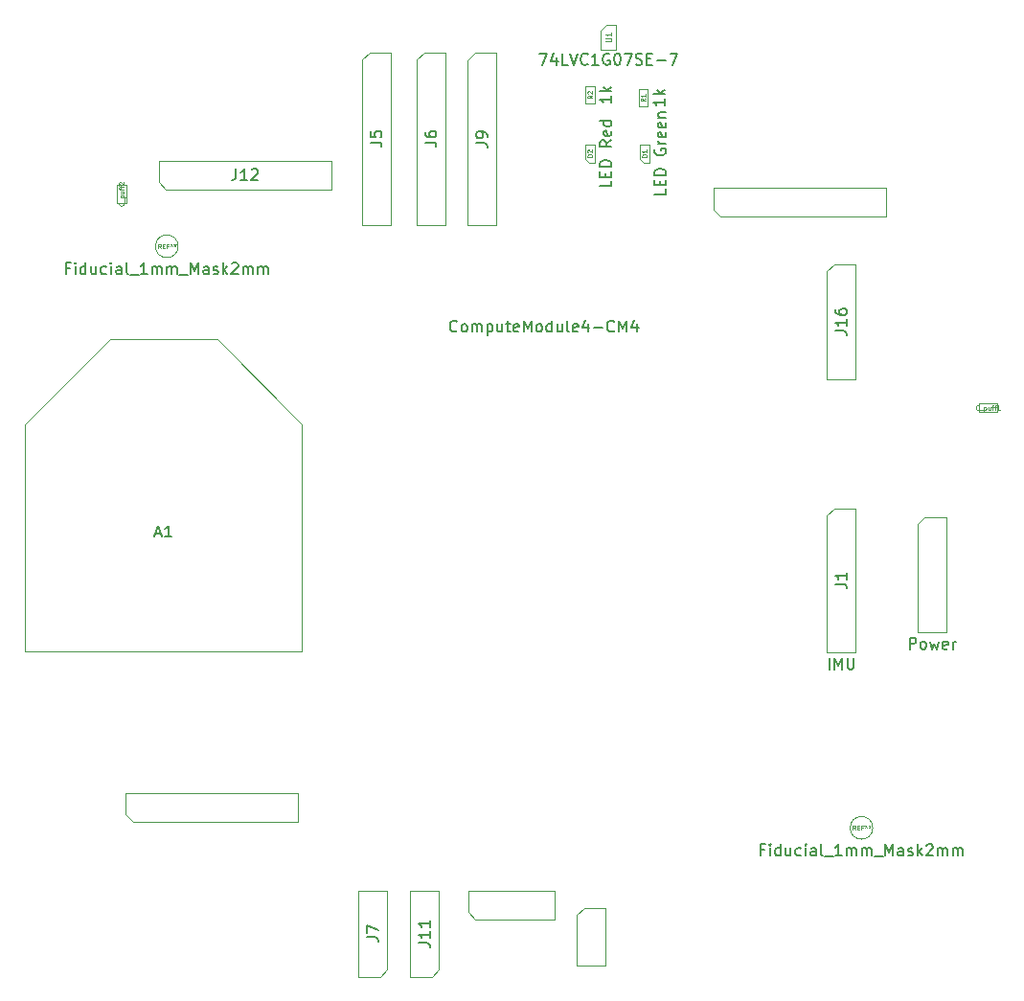
<source format=gbr>
%TF.GenerationSoftware,KiCad,Pcbnew,(6.0.5)*%
%TF.CreationDate,2023-03-12T20:27:37+02:00*%
%TF.ProjectId,rpi-cm4-base-carrier-rocket,7270692d-636d-4342-9d62-6173652d6361,v01*%
%TF.SameCoordinates,Original*%
%TF.FileFunction,AssemblyDrawing,Top*%
%FSLAX46Y46*%
G04 Gerber Fmt 4.6, Leading zero omitted, Abs format (unit mm)*
G04 Created by KiCad (PCBNEW (6.0.5)) date 2023-03-12 20:27:37*
%MOMM*%
%LPD*%
G01*
G04 APERTURE LIST*
%ADD10C,0.150000*%
%ADD11C,0.060000*%
%ADD12C,0.075000*%
%ADD13C,0.100000*%
G04 APERTURE END LIST*
D10*
%TO.C,J12*%
X116919476Y-72350380D02*
X116919476Y-73064666D01*
X116871857Y-73207523D01*
X116776619Y-73302761D01*
X116633761Y-73350380D01*
X116538523Y-73350380D01*
X117919476Y-73350380D02*
X117348047Y-73350380D01*
X117633761Y-73350380D02*
X117633761Y-72350380D01*
X117538523Y-72493238D01*
X117443285Y-72588476D01*
X117348047Y-72636095D01*
X118300428Y-72445619D02*
X118348047Y-72398000D01*
X118443285Y-72350380D01*
X118681380Y-72350380D01*
X118776619Y-72398000D01*
X118824238Y-72445619D01*
X118871857Y-72540857D01*
X118871857Y-72636095D01*
X118824238Y-72778952D01*
X118252809Y-73350380D01*
X118871857Y-73350380D01*
%TO.C,J6*%
X133615180Y-70005533D02*
X134329466Y-70005533D01*
X134472323Y-70053152D01*
X134567561Y-70148390D01*
X134615180Y-70291247D01*
X134615180Y-70386485D01*
X133615180Y-69100771D02*
X133615180Y-69291247D01*
X133662800Y-69386485D01*
X133710419Y-69434104D01*
X133853276Y-69529342D01*
X134043752Y-69576961D01*
X134424704Y-69576961D01*
X134519942Y-69529342D01*
X134567561Y-69481723D01*
X134615180Y-69386485D01*
X134615180Y-69196009D01*
X134567561Y-69100771D01*
X134519942Y-69053152D01*
X134424704Y-69005533D01*
X134186609Y-69005533D01*
X134091371Y-69053152D01*
X134043752Y-69100771D01*
X133996133Y-69196009D01*
X133996133Y-69386485D01*
X134043752Y-69481723D01*
X134091371Y-69529342D01*
X134186609Y-69576961D01*
%TO.C,REF\u002A\u002A*%
X163604761Y-132528571D02*
X163271428Y-132528571D01*
X163271428Y-133052380D02*
X163271428Y-132052380D01*
X163747619Y-132052380D01*
X164128571Y-133052380D02*
X164128571Y-132385714D01*
X164128571Y-132052380D02*
X164080952Y-132100000D01*
X164128571Y-132147619D01*
X164176190Y-132100000D01*
X164128571Y-132052380D01*
X164128571Y-132147619D01*
X165033333Y-133052380D02*
X165033333Y-132052380D01*
X165033333Y-133004761D02*
X164938095Y-133052380D01*
X164747619Y-133052380D01*
X164652380Y-133004761D01*
X164604761Y-132957142D01*
X164557142Y-132861904D01*
X164557142Y-132576190D01*
X164604761Y-132480952D01*
X164652380Y-132433333D01*
X164747619Y-132385714D01*
X164938095Y-132385714D01*
X165033333Y-132433333D01*
X165938095Y-132385714D02*
X165938095Y-133052380D01*
X165509523Y-132385714D02*
X165509523Y-132909523D01*
X165557142Y-133004761D01*
X165652380Y-133052380D01*
X165795238Y-133052380D01*
X165890476Y-133004761D01*
X165938095Y-132957142D01*
X166842857Y-133004761D02*
X166747619Y-133052380D01*
X166557142Y-133052380D01*
X166461904Y-133004761D01*
X166414285Y-132957142D01*
X166366666Y-132861904D01*
X166366666Y-132576190D01*
X166414285Y-132480952D01*
X166461904Y-132433333D01*
X166557142Y-132385714D01*
X166747619Y-132385714D01*
X166842857Y-132433333D01*
X167271428Y-133052380D02*
X167271428Y-132385714D01*
X167271428Y-132052380D02*
X167223809Y-132100000D01*
X167271428Y-132147619D01*
X167319047Y-132100000D01*
X167271428Y-132052380D01*
X167271428Y-132147619D01*
X168176190Y-133052380D02*
X168176190Y-132528571D01*
X168128571Y-132433333D01*
X168033333Y-132385714D01*
X167842857Y-132385714D01*
X167747619Y-132433333D01*
X168176190Y-133004761D02*
X168080952Y-133052380D01*
X167842857Y-133052380D01*
X167747619Y-133004761D01*
X167700000Y-132909523D01*
X167700000Y-132814285D01*
X167747619Y-132719047D01*
X167842857Y-132671428D01*
X168080952Y-132671428D01*
X168176190Y-132623809D01*
X168795238Y-133052380D02*
X168700000Y-133004761D01*
X168652380Y-132909523D01*
X168652380Y-132052380D01*
X168938095Y-133147619D02*
X169700000Y-133147619D01*
X170461904Y-133052380D02*
X169890476Y-133052380D01*
X170176190Y-133052380D02*
X170176190Y-132052380D01*
X170080952Y-132195238D01*
X169985714Y-132290476D01*
X169890476Y-132338095D01*
X170890476Y-133052380D02*
X170890476Y-132385714D01*
X170890476Y-132480952D02*
X170938095Y-132433333D01*
X171033333Y-132385714D01*
X171176190Y-132385714D01*
X171271428Y-132433333D01*
X171319047Y-132528571D01*
X171319047Y-133052380D01*
X171319047Y-132528571D02*
X171366666Y-132433333D01*
X171461904Y-132385714D01*
X171604761Y-132385714D01*
X171700000Y-132433333D01*
X171747619Y-132528571D01*
X171747619Y-133052380D01*
X172223809Y-133052380D02*
X172223809Y-132385714D01*
X172223809Y-132480952D02*
X172271428Y-132433333D01*
X172366666Y-132385714D01*
X172509523Y-132385714D01*
X172604761Y-132433333D01*
X172652380Y-132528571D01*
X172652380Y-133052380D01*
X172652380Y-132528571D02*
X172700000Y-132433333D01*
X172795238Y-132385714D01*
X172938095Y-132385714D01*
X173033333Y-132433333D01*
X173080952Y-132528571D01*
X173080952Y-133052380D01*
X173319047Y-133147619D02*
X174080952Y-133147619D01*
X174319047Y-133052380D02*
X174319047Y-132052380D01*
X174652380Y-132766666D01*
X174985714Y-132052380D01*
X174985714Y-133052380D01*
X175890476Y-133052380D02*
X175890476Y-132528571D01*
X175842857Y-132433333D01*
X175747619Y-132385714D01*
X175557142Y-132385714D01*
X175461904Y-132433333D01*
X175890476Y-133004761D02*
X175795238Y-133052380D01*
X175557142Y-133052380D01*
X175461904Y-133004761D01*
X175414285Y-132909523D01*
X175414285Y-132814285D01*
X175461904Y-132719047D01*
X175557142Y-132671428D01*
X175795238Y-132671428D01*
X175890476Y-132623809D01*
X176319047Y-133004761D02*
X176414285Y-133052380D01*
X176604761Y-133052380D01*
X176700000Y-133004761D01*
X176747619Y-132909523D01*
X176747619Y-132861904D01*
X176700000Y-132766666D01*
X176604761Y-132719047D01*
X176461904Y-132719047D01*
X176366666Y-132671428D01*
X176319047Y-132576190D01*
X176319047Y-132528571D01*
X176366666Y-132433333D01*
X176461904Y-132385714D01*
X176604761Y-132385714D01*
X176700000Y-132433333D01*
X177176190Y-133052380D02*
X177176190Y-132052380D01*
X177271428Y-132671428D02*
X177557142Y-133052380D01*
X177557142Y-132385714D02*
X177176190Y-132766666D01*
X177938095Y-132147619D02*
X177985714Y-132100000D01*
X178080952Y-132052380D01*
X178319047Y-132052380D01*
X178414285Y-132100000D01*
X178461904Y-132147619D01*
X178509523Y-132242857D01*
X178509523Y-132338095D01*
X178461904Y-132480952D01*
X177890476Y-133052380D01*
X178509523Y-133052380D01*
X178938095Y-133052380D02*
X178938095Y-132385714D01*
X178938095Y-132480952D02*
X178985714Y-132433333D01*
X179080952Y-132385714D01*
X179223809Y-132385714D01*
X179319047Y-132433333D01*
X179366666Y-132528571D01*
X179366666Y-133052380D01*
X179366666Y-132528571D02*
X179414285Y-132433333D01*
X179509523Y-132385714D01*
X179652380Y-132385714D01*
X179747619Y-132433333D01*
X179795238Y-132528571D01*
X179795238Y-133052380D01*
X180271428Y-133052380D02*
X180271428Y-132385714D01*
X180271428Y-132480952D02*
X180319047Y-132433333D01*
X180414285Y-132385714D01*
X180557142Y-132385714D01*
X180652380Y-132433333D01*
X180700000Y-132528571D01*
X180700000Y-133052380D01*
X180700000Y-132528571D02*
X180747619Y-132433333D01*
X180842857Y-132385714D01*
X180985714Y-132385714D01*
X181080952Y-132433333D01*
X181128571Y-132528571D01*
X181128571Y-133052380D01*
D11*
X171666666Y-130780952D02*
X171533333Y-130590476D01*
X171438095Y-130780952D02*
X171438095Y-130380952D01*
X171590476Y-130380952D01*
X171628571Y-130400000D01*
X171647619Y-130419047D01*
X171666666Y-130457142D01*
X171666666Y-130514285D01*
X171647619Y-130552380D01*
X171628571Y-130571428D01*
X171590476Y-130590476D01*
X171438095Y-130590476D01*
X171838095Y-130571428D02*
X171971428Y-130571428D01*
X172028571Y-130780952D02*
X171838095Y-130780952D01*
X171838095Y-130380952D01*
X172028571Y-130380952D01*
X172333333Y-130571428D02*
X172200000Y-130571428D01*
X172200000Y-130780952D02*
X172200000Y-130380952D01*
X172390476Y-130380952D01*
X172600000Y-130380952D02*
X172600000Y-130476190D01*
X172504761Y-130438095D02*
X172600000Y-130476190D01*
X172695238Y-130438095D01*
X172542857Y-130552380D02*
X172600000Y-130476190D01*
X172657142Y-130552380D01*
X172904761Y-130380952D02*
X172904761Y-130476190D01*
X172809523Y-130438095D02*
X172904761Y-130476190D01*
X173000000Y-130438095D01*
X172847619Y-130552380D02*
X172904761Y-130476190D01*
X172961904Y-130552380D01*
D10*
%TO.C,J1*%
X169338761Y-116574380D02*
X169338761Y-115574380D01*
X169814952Y-116574380D02*
X169814952Y-115574380D01*
X170148285Y-116288666D01*
X170481619Y-115574380D01*
X170481619Y-116574380D01*
X170957809Y-115574380D02*
X170957809Y-116383904D01*
X171005428Y-116479142D01*
X171053047Y-116526761D01*
X171148285Y-116574380D01*
X171338761Y-116574380D01*
X171434000Y-116526761D01*
X171481619Y-116479142D01*
X171529238Y-116383904D01*
X171529238Y-115574380D01*
X169886380Y-109045333D02*
X170600666Y-109045333D01*
X170743523Y-109092952D01*
X170838761Y-109188190D01*
X170886380Y-109331047D01*
X170886380Y-109426285D01*
X170886380Y-108045333D02*
X170886380Y-108616761D01*
X170886380Y-108331047D02*
X169886380Y-108331047D01*
X170029238Y-108426285D01*
X170124476Y-108521523D01*
X170172095Y-108616761D01*
%TO.C,J7*%
X128484380Y-140272333D02*
X129198666Y-140272333D01*
X129341523Y-140319952D01*
X129436761Y-140415190D01*
X129484380Y-140558047D01*
X129484380Y-140653285D01*
X128484380Y-139891380D02*
X128484380Y-139224714D01*
X129484380Y-139653285D01*
%TO.C,J5*%
X128789180Y-70005533D02*
X129503466Y-70005533D01*
X129646323Y-70053152D01*
X129741561Y-70148390D01*
X129789180Y-70291247D01*
X129789180Y-70386485D01*
X128789180Y-69053152D02*
X128789180Y-69529342D01*
X129265371Y-69576961D01*
X129217752Y-69529342D01*
X129170133Y-69434104D01*
X129170133Y-69196009D01*
X129217752Y-69100771D01*
X129265371Y-69053152D01*
X129360609Y-69005533D01*
X129598704Y-69005533D01*
X129693942Y-69053152D01*
X129741561Y-69100771D01*
X129789180Y-69196009D01*
X129789180Y-69434104D01*
X129741561Y-69529342D01*
X129693942Y-69576961D01*
%TO.C,D2*%
X150091380Y-73397761D02*
X150091380Y-73873952D01*
X149091380Y-73873952D01*
X149567571Y-73064428D02*
X149567571Y-72731095D01*
X150091380Y-72588238D02*
X150091380Y-73064428D01*
X149091380Y-73064428D01*
X149091380Y-72588238D01*
X150091380Y-72159666D02*
X149091380Y-72159666D01*
X149091380Y-71921571D01*
X149139000Y-71778714D01*
X149234238Y-71683476D01*
X149329476Y-71635857D01*
X149519952Y-71588238D01*
X149662809Y-71588238D01*
X149853285Y-71635857D01*
X149948523Y-71683476D01*
X150043761Y-71778714D01*
X150091380Y-71921571D01*
X150091380Y-72159666D01*
X150091380Y-69826333D02*
X149615190Y-70159666D01*
X150091380Y-70397761D02*
X149091380Y-70397761D01*
X149091380Y-70016809D01*
X149139000Y-69921571D01*
X149186619Y-69873952D01*
X149281857Y-69826333D01*
X149424714Y-69826333D01*
X149519952Y-69873952D01*
X149567571Y-69921571D01*
X149615190Y-70016809D01*
X149615190Y-70397761D01*
X150043761Y-69016809D02*
X150091380Y-69112047D01*
X150091380Y-69302523D01*
X150043761Y-69397761D01*
X149948523Y-69445380D01*
X149567571Y-69445380D01*
X149472333Y-69397761D01*
X149424714Y-69302523D01*
X149424714Y-69112047D01*
X149472333Y-69016809D01*
X149567571Y-68969190D01*
X149662809Y-68969190D01*
X149758047Y-69445380D01*
X150091380Y-68112047D02*
X149091380Y-68112047D01*
X150043761Y-68112047D02*
X150091380Y-68207285D01*
X150091380Y-68397761D01*
X150043761Y-68493000D01*
X149996142Y-68540619D01*
X149900904Y-68588238D01*
X149615190Y-68588238D01*
X149519952Y-68540619D01*
X149472333Y-68493000D01*
X149424714Y-68397761D01*
X149424714Y-68207285D01*
X149472333Y-68112047D01*
D11*
X148389952Y-71288238D02*
X147989952Y-71288238D01*
X147989952Y-71193000D01*
X148009000Y-71135857D01*
X148047095Y-71097761D01*
X148085190Y-71078714D01*
X148161380Y-71059666D01*
X148218523Y-71059666D01*
X148294714Y-71078714D01*
X148332809Y-71097761D01*
X148370904Y-71135857D01*
X148389952Y-71193000D01*
X148389952Y-71288238D01*
X148028047Y-70907285D02*
X148009000Y-70888238D01*
X147989952Y-70850142D01*
X147989952Y-70754904D01*
X148009000Y-70716809D01*
X148028047Y-70697761D01*
X148066142Y-70678714D01*
X148104238Y-70678714D01*
X148161380Y-70697761D01*
X148389952Y-70926333D01*
X148389952Y-70678714D01*
D10*
%TO.C,R1*%
X154790380Y-66182547D02*
X154790380Y-66753976D01*
X154790380Y-66468261D02*
X153790380Y-66468261D01*
X153933238Y-66563500D01*
X154028476Y-66658738D01*
X154076095Y-66753976D01*
X154790380Y-65753976D02*
X153790380Y-65753976D01*
X154409428Y-65658738D02*
X154790380Y-65373023D01*
X154123714Y-65373023D02*
X154504666Y-65753976D01*
D11*
X153088952Y-66130166D02*
X152898476Y-66263500D01*
X153088952Y-66358738D02*
X152688952Y-66358738D01*
X152688952Y-66206357D01*
X152708000Y-66168261D01*
X152727047Y-66149214D01*
X152765142Y-66130166D01*
X152822285Y-66130166D01*
X152860380Y-66149214D01*
X152879428Y-66168261D01*
X152898476Y-66206357D01*
X152898476Y-66358738D01*
X153088952Y-65749214D02*
X153088952Y-65977785D01*
X153088952Y-65863500D02*
X152688952Y-65863500D01*
X152746095Y-65901595D01*
X152784190Y-65939690D01*
X152803238Y-65977785D01*
%TO.C,C_puff1*%
X182565476Y-93614857D02*
X182546428Y-93633904D01*
X182489285Y-93652952D01*
X182451190Y-93652952D01*
X182394047Y-93633904D01*
X182355952Y-93595809D01*
X182336904Y-93557714D01*
X182317857Y-93481523D01*
X182317857Y-93424380D01*
X182336904Y-93348190D01*
X182355952Y-93310095D01*
X182394047Y-93272000D01*
X182451190Y-93252952D01*
X182489285Y-93252952D01*
X182546428Y-93272000D01*
X182565476Y-93291047D01*
X182641666Y-93691047D02*
X182946428Y-93691047D01*
X183041666Y-93386285D02*
X183041666Y-93786285D01*
X183041666Y-93405333D02*
X183079761Y-93386285D01*
X183155952Y-93386285D01*
X183194047Y-93405333D01*
X183213095Y-93424380D01*
X183232142Y-93462476D01*
X183232142Y-93576761D01*
X183213095Y-93614857D01*
X183194047Y-93633904D01*
X183155952Y-93652952D01*
X183079761Y-93652952D01*
X183041666Y-93633904D01*
X183575000Y-93386285D02*
X183575000Y-93652952D01*
X183403571Y-93386285D02*
X183403571Y-93595809D01*
X183422619Y-93633904D01*
X183460714Y-93652952D01*
X183517857Y-93652952D01*
X183555952Y-93633904D01*
X183575000Y-93614857D01*
X183708333Y-93386285D02*
X183860714Y-93386285D01*
X183765476Y-93652952D02*
X183765476Y-93310095D01*
X183784523Y-93272000D01*
X183822619Y-93252952D01*
X183860714Y-93252952D01*
X183936904Y-93386285D02*
X184089285Y-93386285D01*
X183994047Y-93652952D02*
X183994047Y-93310095D01*
X184013095Y-93272000D01*
X184051190Y-93252952D01*
X184089285Y-93252952D01*
X184432142Y-93652952D02*
X184203571Y-93652952D01*
X184317857Y-93652952D02*
X184317857Y-93252952D01*
X184279761Y-93310095D01*
X184241666Y-93348190D01*
X184203571Y-93367238D01*
D10*
%TO.C,J11*%
X133056380Y-140748523D02*
X133770666Y-140748523D01*
X133913523Y-140796142D01*
X134008761Y-140891380D01*
X134056380Y-141034238D01*
X134056380Y-141129476D01*
X134056380Y-139748523D02*
X134056380Y-140319952D01*
X134056380Y-140034238D02*
X133056380Y-140034238D01*
X133199238Y-140129476D01*
X133294476Y-140224714D01*
X133342095Y-140319952D01*
X134056380Y-138796142D02*
X134056380Y-139367571D01*
X134056380Y-139081857D02*
X133056380Y-139081857D01*
X133199238Y-139177095D01*
X133294476Y-139272333D01*
X133342095Y-139367571D01*
%TO.C,D1*%
X154917380Y-74135857D02*
X154917380Y-74612047D01*
X153917380Y-74612047D01*
X154393571Y-73802523D02*
X154393571Y-73469190D01*
X154917380Y-73326333D02*
X154917380Y-73802523D01*
X153917380Y-73802523D01*
X153917380Y-73326333D01*
X154917380Y-72897761D02*
X153917380Y-72897761D01*
X153917380Y-72659666D01*
X153965000Y-72516809D01*
X154060238Y-72421571D01*
X154155476Y-72373952D01*
X154345952Y-72326333D01*
X154488809Y-72326333D01*
X154679285Y-72373952D01*
X154774523Y-72421571D01*
X154869761Y-72516809D01*
X154917380Y-72659666D01*
X154917380Y-72897761D01*
X153965000Y-70612047D02*
X153917380Y-70707285D01*
X153917380Y-70850142D01*
X153965000Y-70993000D01*
X154060238Y-71088238D01*
X154155476Y-71135857D01*
X154345952Y-71183476D01*
X154488809Y-71183476D01*
X154679285Y-71135857D01*
X154774523Y-71088238D01*
X154869761Y-70993000D01*
X154917380Y-70850142D01*
X154917380Y-70754904D01*
X154869761Y-70612047D01*
X154822142Y-70564428D01*
X154488809Y-70564428D01*
X154488809Y-70754904D01*
X154917380Y-70135857D02*
X154250714Y-70135857D01*
X154441190Y-70135857D02*
X154345952Y-70088238D01*
X154298333Y-70040619D01*
X154250714Y-69945380D01*
X154250714Y-69850142D01*
X154869761Y-69135857D02*
X154917380Y-69231095D01*
X154917380Y-69421571D01*
X154869761Y-69516809D01*
X154774523Y-69564428D01*
X154393571Y-69564428D01*
X154298333Y-69516809D01*
X154250714Y-69421571D01*
X154250714Y-69231095D01*
X154298333Y-69135857D01*
X154393571Y-69088238D01*
X154488809Y-69088238D01*
X154584047Y-69564428D01*
X154869761Y-68278714D02*
X154917380Y-68373952D01*
X154917380Y-68564428D01*
X154869761Y-68659666D01*
X154774523Y-68707285D01*
X154393571Y-68707285D01*
X154298333Y-68659666D01*
X154250714Y-68564428D01*
X154250714Y-68373952D01*
X154298333Y-68278714D01*
X154393571Y-68231095D01*
X154488809Y-68231095D01*
X154584047Y-68707285D01*
X154250714Y-67802523D02*
X154917380Y-67802523D01*
X154345952Y-67802523D02*
X154298333Y-67754904D01*
X154250714Y-67659666D01*
X154250714Y-67516809D01*
X154298333Y-67421571D01*
X154393571Y-67373952D01*
X154917380Y-67373952D01*
D11*
X153215952Y-71288238D02*
X152815952Y-71288238D01*
X152815952Y-71193000D01*
X152835000Y-71135857D01*
X152873095Y-71097761D01*
X152911190Y-71078714D01*
X152987380Y-71059666D01*
X153044523Y-71059666D01*
X153120714Y-71078714D01*
X153158809Y-71097761D01*
X153196904Y-71135857D01*
X153215952Y-71193000D01*
X153215952Y-71288238D01*
X153215952Y-70678714D02*
X153215952Y-70907285D01*
X153215952Y-70793000D02*
X152815952Y-70793000D01*
X152873095Y-70831095D01*
X152911190Y-70869190D01*
X152930238Y-70907285D01*
D10*
%TO.C,U1*%
X143764761Y-62158380D02*
X144431428Y-62158380D01*
X144002857Y-63158380D01*
X145240952Y-62491714D02*
X145240952Y-63158380D01*
X145002857Y-62110761D02*
X144764761Y-62825047D01*
X145383809Y-62825047D01*
X146240952Y-63158380D02*
X145764761Y-63158380D01*
X145764761Y-62158380D01*
X146431428Y-62158380D02*
X146764761Y-63158380D01*
X147098095Y-62158380D01*
X148002857Y-63063142D02*
X147955238Y-63110761D01*
X147812380Y-63158380D01*
X147717142Y-63158380D01*
X147574285Y-63110761D01*
X147479047Y-63015523D01*
X147431428Y-62920285D01*
X147383809Y-62729809D01*
X147383809Y-62586952D01*
X147431428Y-62396476D01*
X147479047Y-62301238D01*
X147574285Y-62206000D01*
X147717142Y-62158380D01*
X147812380Y-62158380D01*
X147955238Y-62206000D01*
X148002857Y-62253619D01*
X148955238Y-63158380D02*
X148383809Y-63158380D01*
X148669523Y-63158380D02*
X148669523Y-62158380D01*
X148574285Y-62301238D01*
X148479047Y-62396476D01*
X148383809Y-62444095D01*
X149907619Y-62206000D02*
X149812380Y-62158380D01*
X149669523Y-62158380D01*
X149526666Y-62206000D01*
X149431428Y-62301238D01*
X149383809Y-62396476D01*
X149336190Y-62586952D01*
X149336190Y-62729809D01*
X149383809Y-62920285D01*
X149431428Y-63015523D01*
X149526666Y-63110761D01*
X149669523Y-63158380D01*
X149764761Y-63158380D01*
X149907619Y-63110761D01*
X149955238Y-63063142D01*
X149955238Y-62729809D01*
X149764761Y-62729809D01*
X150574285Y-62158380D02*
X150669523Y-62158380D01*
X150764761Y-62206000D01*
X150812380Y-62253619D01*
X150860000Y-62348857D01*
X150907619Y-62539333D01*
X150907619Y-62777428D01*
X150860000Y-62967904D01*
X150812380Y-63063142D01*
X150764761Y-63110761D01*
X150669523Y-63158380D01*
X150574285Y-63158380D01*
X150479047Y-63110761D01*
X150431428Y-63063142D01*
X150383809Y-62967904D01*
X150336190Y-62777428D01*
X150336190Y-62539333D01*
X150383809Y-62348857D01*
X150431428Y-62253619D01*
X150479047Y-62206000D01*
X150574285Y-62158380D01*
X151240952Y-62158380D02*
X151907619Y-62158380D01*
X151479047Y-63158380D01*
X152240952Y-63110761D02*
X152383809Y-63158380D01*
X152621904Y-63158380D01*
X152717142Y-63110761D01*
X152764761Y-63063142D01*
X152812380Y-62967904D01*
X152812380Y-62872666D01*
X152764761Y-62777428D01*
X152717142Y-62729809D01*
X152621904Y-62682190D01*
X152431428Y-62634571D01*
X152336190Y-62586952D01*
X152288571Y-62539333D01*
X152240952Y-62444095D01*
X152240952Y-62348857D01*
X152288571Y-62253619D01*
X152336190Y-62206000D01*
X152431428Y-62158380D01*
X152669523Y-62158380D01*
X152812380Y-62206000D01*
X153240952Y-62634571D02*
X153574285Y-62634571D01*
X153717142Y-63158380D02*
X153240952Y-63158380D01*
X153240952Y-62158380D01*
X153717142Y-62158380D01*
X154145714Y-62777428D02*
X154907619Y-62777428D01*
X155288571Y-62158380D02*
X155955238Y-62158380D01*
X155526666Y-63158380D01*
D12*
X149586190Y-61086952D02*
X149990952Y-61086952D01*
X150038571Y-61063142D01*
X150062380Y-61039333D01*
X150086190Y-60991714D01*
X150086190Y-60896476D01*
X150062380Y-60848857D01*
X150038571Y-60825047D01*
X149990952Y-60801238D01*
X149586190Y-60801238D01*
X150086190Y-60301238D02*
X150086190Y-60586952D01*
X150086190Y-60444095D02*
X149586190Y-60444095D01*
X149657619Y-60491714D01*
X149705238Y-60539333D01*
X149729047Y-60586952D01*
D10*
%TO.C,REF\u002A\u002A*%
X102204761Y-81128571D02*
X101871428Y-81128571D01*
X101871428Y-81652380D02*
X101871428Y-80652380D01*
X102347619Y-80652380D01*
X102728571Y-81652380D02*
X102728571Y-80985714D01*
X102728571Y-80652380D02*
X102680952Y-80700000D01*
X102728571Y-80747619D01*
X102776190Y-80700000D01*
X102728571Y-80652380D01*
X102728571Y-80747619D01*
X103633333Y-81652380D02*
X103633333Y-80652380D01*
X103633333Y-81604761D02*
X103538095Y-81652380D01*
X103347619Y-81652380D01*
X103252380Y-81604761D01*
X103204761Y-81557142D01*
X103157142Y-81461904D01*
X103157142Y-81176190D01*
X103204761Y-81080952D01*
X103252380Y-81033333D01*
X103347619Y-80985714D01*
X103538095Y-80985714D01*
X103633333Y-81033333D01*
X104538095Y-80985714D02*
X104538095Y-81652380D01*
X104109523Y-80985714D02*
X104109523Y-81509523D01*
X104157142Y-81604761D01*
X104252380Y-81652380D01*
X104395238Y-81652380D01*
X104490476Y-81604761D01*
X104538095Y-81557142D01*
X105442857Y-81604761D02*
X105347619Y-81652380D01*
X105157142Y-81652380D01*
X105061904Y-81604761D01*
X105014285Y-81557142D01*
X104966666Y-81461904D01*
X104966666Y-81176190D01*
X105014285Y-81080952D01*
X105061904Y-81033333D01*
X105157142Y-80985714D01*
X105347619Y-80985714D01*
X105442857Y-81033333D01*
X105871428Y-81652380D02*
X105871428Y-80985714D01*
X105871428Y-80652380D02*
X105823809Y-80700000D01*
X105871428Y-80747619D01*
X105919047Y-80700000D01*
X105871428Y-80652380D01*
X105871428Y-80747619D01*
X106776190Y-81652380D02*
X106776190Y-81128571D01*
X106728571Y-81033333D01*
X106633333Y-80985714D01*
X106442857Y-80985714D01*
X106347619Y-81033333D01*
X106776190Y-81604761D02*
X106680952Y-81652380D01*
X106442857Y-81652380D01*
X106347619Y-81604761D01*
X106300000Y-81509523D01*
X106300000Y-81414285D01*
X106347619Y-81319047D01*
X106442857Y-81271428D01*
X106680952Y-81271428D01*
X106776190Y-81223809D01*
X107395238Y-81652380D02*
X107300000Y-81604761D01*
X107252380Y-81509523D01*
X107252380Y-80652380D01*
X107538095Y-81747619D02*
X108300000Y-81747619D01*
X109061904Y-81652380D02*
X108490476Y-81652380D01*
X108776190Y-81652380D02*
X108776190Y-80652380D01*
X108680952Y-80795238D01*
X108585714Y-80890476D01*
X108490476Y-80938095D01*
X109490476Y-81652380D02*
X109490476Y-80985714D01*
X109490476Y-81080952D02*
X109538095Y-81033333D01*
X109633333Y-80985714D01*
X109776190Y-80985714D01*
X109871428Y-81033333D01*
X109919047Y-81128571D01*
X109919047Y-81652380D01*
X109919047Y-81128571D02*
X109966666Y-81033333D01*
X110061904Y-80985714D01*
X110204761Y-80985714D01*
X110300000Y-81033333D01*
X110347619Y-81128571D01*
X110347619Y-81652380D01*
X110823809Y-81652380D02*
X110823809Y-80985714D01*
X110823809Y-81080952D02*
X110871428Y-81033333D01*
X110966666Y-80985714D01*
X111109523Y-80985714D01*
X111204761Y-81033333D01*
X111252380Y-81128571D01*
X111252380Y-81652380D01*
X111252380Y-81128571D02*
X111300000Y-81033333D01*
X111395238Y-80985714D01*
X111538095Y-80985714D01*
X111633333Y-81033333D01*
X111680952Y-81128571D01*
X111680952Y-81652380D01*
X111919047Y-81747619D02*
X112680952Y-81747619D01*
X112919047Y-81652380D02*
X112919047Y-80652380D01*
X113252380Y-81366666D01*
X113585714Y-80652380D01*
X113585714Y-81652380D01*
X114490476Y-81652380D02*
X114490476Y-81128571D01*
X114442857Y-81033333D01*
X114347619Y-80985714D01*
X114157142Y-80985714D01*
X114061904Y-81033333D01*
X114490476Y-81604761D02*
X114395238Y-81652380D01*
X114157142Y-81652380D01*
X114061904Y-81604761D01*
X114014285Y-81509523D01*
X114014285Y-81414285D01*
X114061904Y-81319047D01*
X114157142Y-81271428D01*
X114395238Y-81271428D01*
X114490476Y-81223809D01*
X114919047Y-81604761D02*
X115014285Y-81652380D01*
X115204761Y-81652380D01*
X115300000Y-81604761D01*
X115347619Y-81509523D01*
X115347619Y-81461904D01*
X115300000Y-81366666D01*
X115204761Y-81319047D01*
X115061904Y-81319047D01*
X114966666Y-81271428D01*
X114919047Y-81176190D01*
X114919047Y-81128571D01*
X114966666Y-81033333D01*
X115061904Y-80985714D01*
X115204761Y-80985714D01*
X115300000Y-81033333D01*
X115776190Y-81652380D02*
X115776190Y-80652380D01*
X115871428Y-81271428D02*
X116157142Y-81652380D01*
X116157142Y-80985714D02*
X115776190Y-81366666D01*
X116538095Y-80747619D02*
X116585714Y-80700000D01*
X116680952Y-80652380D01*
X116919047Y-80652380D01*
X117014285Y-80700000D01*
X117061904Y-80747619D01*
X117109523Y-80842857D01*
X117109523Y-80938095D01*
X117061904Y-81080952D01*
X116490476Y-81652380D01*
X117109523Y-81652380D01*
X117538095Y-81652380D02*
X117538095Y-80985714D01*
X117538095Y-81080952D02*
X117585714Y-81033333D01*
X117680952Y-80985714D01*
X117823809Y-80985714D01*
X117919047Y-81033333D01*
X117966666Y-81128571D01*
X117966666Y-81652380D01*
X117966666Y-81128571D02*
X118014285Y-81033333D01*
X118109523Y-80985714D01*
X118252380Y-80985714D01*
X118347619Y-81033333D01*
X118395238Y-81128571D01*
X118395238Y-81652380D01*
X118871428Y-81652380D02*
X118871428Y-80985714D01*
X118871428Y-81080952D02*
X118919047Y-81033333D01*
X119014285Y-80985714D01*
X119157142Y-80985714D01*
X119252380Y-81033333D01*
X119300000Y-81128571D01*
X119300000Y-81652380D01*
X119300000Y-81128571D02*
X119347619Y-81033333D01*
X119442857Y-80985714D01*
X119585714Y-80985714D01*
X119680952Y-81033333D01*
X119728571Y-81128571D01*
X119728571Y-81652380D01*
D11*
X110266666Y-79380952D02*
X110133333Y-79190476D01*
X110038095Y-79380952D02*
X110038095Y-78980952D01*
X110190476Y-78980952D01*
X110228571Y-79000000D01*
X110247619Y-79019047D01*
X110266666Y-79057142D01*
X110266666Y-79114285D01*
X110247619Y-79152380D01*
X110228571Y-79171428D01*
X110190476Y-79190476D01*
X110038095Y-79190476D01*
X110438095Y-79171428D02*
X110571428Y-79171428D01*
X110628571Y-79380952D02*
X110438095Y-79380952D01*
X110438095Y-78980952D01*
X110628571Y-78980952D01*
X110933333Y-79171428D02*
X110800000Y-79171428D01*
X110800000Y-79380952D02*
X110800000Y-78980952D01*
X110990476Y-78980952D01*
X111200000Y-78980952D02*
X111200000Y-79076190D01*
X111104761Y-79038095D02*
X111200000Y-79076190D01*
X111295238Y-79038095D01*
X111142857Y-79152380D02*
X111200000Y-79076190D01*
X111257142Y-79152380D01*
X111504761Y-78980952D02*
X111504761Y-79076190D01*
X111409523Y-79038095D02*
X111504761Y-79076190D01*
X111600000Y-79038095D01*
X111447619Y-79152380D02*
X111504761Y-79076190D01*
X111561904Y-79152380D01*
%TO.C,C_puff2*%
X106949857Y-75358523D02*
X106968904Y-75377571D01*
X106987952Y-75434714D01*
X106987952Y-75472809D01*
X106968904Y-75529952D01*
X106930809Y-75568047D01*
X106892714Y-75587095D01*
X106816523Y-75606142D01*
X106759380Y-75606142D01*
X106683190Y-75587095D01*
X106645095Y-75568047D01*
X106607000Y-75529952D01*
X106587952Y-75472809D01*
X106587952Y-75434714D01*
X106607000Y-75377571D01*
X106626047Y-75358523D01*
X107026047Y-75282333D02*
X107026047Y-74977571D01*
X106721285Y-74882333D02*
X107121285Y-74882333D01*
X106740333Y-74882333D02*
X106721285Y-74844238D01*
X106721285Y-74768047D01*
X106740333Y-74729952D01*
X106759380Y-74710904D01*
X106797476Y-74691857D01*
X106911761Y-74691857D01*
X106949857Y-74710904D01*
X106968904Y-74729952D01*
X106987952Y-74768047D01*
X106987952Y-74844238D01*
X106968904Y-74882333D01*
X106721285Y-74349000D02*
X106987952Y-74349000D01*
X106721285Y-74520428D02*
X106930809Y-74520428D01*
X106968904Y-74501380D01*
X106987952Y-74463285D01*
X106987952Y-74406142D01*
X106968904Y-74368047D01*
X106949857Y-74349000D01*
X106721285Y-74215666D02*
X106721285Y-74063285D01*
X106987952Y-74158523D02*
X106645095Y-74158523D01*
X106607000Y-74139476D01*
X106587952Y-74101380D01*
X106587952Y-74063285D01*
X106721285Y-73987095D02*
X106721285Y-73834714D01*
X106987952Y-73929952D02*
X106645095Y-73929952D01*
X106607000Y-73910904D01*
X106587952Y-73872809D01*
X106587952Y-73834714D01*
X106626047Y-73720428D02*
X106607000Y-73701380D01*
X106587952Y-73663285D01*
X106587952Y-73568047D01*
X106607000Y-73529952D01*
X106626047Y-73510904D01*
X106664142Y-73491857D01*
X106702238Y-73491857D01*
X106759380Y-73510904D01*
X106987952Y-73739476D01*
X106987952Y-73491857D01*
D10*
%TO.C,J9*%
X138136380Y-70056333D02*
X138850666Y-70056333D01*
X138993523Y-70103952D01*
X139088761Y-70199190D01*
X139136380Y-70342047D01*
X139136380Y-70437285D01*
X139136380Y-69532523D02*
X139136380Y-69342047D01*
X139088761Y-69246809D01*
X139041142Y-69199190D01*
X138898285Y-69103952D01*
X138707809Y-69056333D01*
X138326857Y-69056333D01*
X138231619Y-69103952D01*
X138184000Y-69151571D01*
X138136380Y-69246809D01*
X138136380Y-69437285D01*
X138184000Y-69532523D01*
X138231619Y-69580142D01*
X138326857Y-69627761D01*
X138564952Y-69627761D01*
X138660190Y-69580142D01*
X138707809Y-69532523D01*
X138755428Y-69437285D01*
X138755428Y-69246809D01*
X138707809Y-69151571D01*
X138660190Y-69103952D01*
X138564952Y-69056333D01*
%TO.C,J8*%
X176458809Y-114796380D02*
X176458809Y-113796380D01*
X176839761Y-113796380D01*
X176935000Y-113844000D01*
X176982619Y-113891619D01*
X177030238Y-113986857D01*
X177030238Y-114129714D01*
X176982619Y-114224952D01*
X176935000Y-114272571D01*
X176839761Y-114320190D01*
X176458809Y-114320190D01*
X177601666Y-114796380D02*
X177506428Y-114748761D01*
X177458809Y-114701142D01*
X177411190Y-114605904D01*
X177411190Y-114320190D01*
X177458809Y-114224952D01*
X177506428Y-114177333D01*
X177601666Y-114129714D01*
X177744523Y-114129714D01*
X177839761Y-114177333D01*
X177887380Y-114224952D01*
X177935000Y-114320190D01*
X177935000Y-114605904D01*
X177887380Y-114701142D01*
X177839761Y-114748761D01*
X177744523Y-114796380D01*
X177601666Y-114796380D01*
X178268333Y-114129714D02*
X178458809Y-114796380D01*
X178649285Y-114320190D01*
X178839761Y-114796380D01*
X179030238Y-114129714D01*
X179792142Y-114748761D02*
X179696904Y-114796380D01*
X179506428Y-114796380D01*
X179411190Y-114748761D01*
X179363571Y-114653523D01*
X179363571Y-114272571D01*
X179411190Y-114177333D01*
X179506428Y-114129714D01*
X179696904Y-114129714D01*
X179792142Y-114177333D01*
X179839761Y-114272571D01*
X179839761Y-114367809D01*
X179363571Y-114463047D01*
X180268333Y-114796380D02*
X180268333Y-114129714D01*
X180268333Y-114320190D02*
X180315952Y-114224952D01*
X180363571Y-114177333D01*
X180458809Y-114129714D01*
X180554047Y-114129714D01*
%TO.C,J16*%
X169886380Y-86661523D02*
X170600666Y-86661523D01*
X170743523Y-86709142D01*
X170838761Y-86804380D01*
X170886380Y-86947238D01*
X170886380Y-87042476D01*
X170886380Y-85661523D02*
X170886380Y-86232952D01*
X170886380Y-85947238D02*
X169886380Y-85947238D01*
X170029238Y-86042476D01*
X170124476Y-86137714D01*
X170172095Y-86232952D01*
X169886380Y-84804380D02*
X169886380Y-84994857D01*
X169934000Y-85090095D01*
X169981619Y-85137714D01*
X170124476Y-85232952D01*
X170314952Y-85280571D01*
X170695904Y-85280571D01*
X170791142Y-85232952D01*
X170838761Y-85185333D01*
X170886380Y-85090095D01*
X170886380Y-84899619D01*
X170838761Y-84804380D01*
X170791142Y-84756761D01*
X170695904Y-84709142D01*
X170457809Y-84709142D01*
X170362571Y-84756761D01*
X170314952Y-84804380D01*
X170267333Y-84899619D01*
X170267333Y-85090095D01*
X170314952Y-85185333D01*
X170362571Y-85232952D01*
X170457809Y-85280571D01*
%TO.C,R2*%
X150091380Y-65928547D02*
X150091380Y-66499976D01*
X150091380Y-66214261D02*
X149091380Y-66214261D01*
X149234238Y-66309500D01*
X149329476Y-66404738D01*
X149377095Y-66499976D01*
X150091380Y-65499976D02*
X149091380Y-65499976D01*
X149710428Y-65404738D02*
X150091380Y-65119023D01*
X149424714Y-65119023D02*
X149805666Y-65499976D01*
D11*
X148389952Y-65876166D02*
X148199476Y-66009500D01*
X148389952Y-66104738D02*
X147989952Y-66104738D01*
X147989952Y-65952357D01*
X148009000Y-65914261D01*
X148028047Y-65895214D01*
X148066142Y-65876166D01*
X148123285Y-65876166D01*
X148161380Y-65895214D01*
X148180428Y-65914261D01*
X148199476Y-65952357D01*
X148199476Y-66104738D01*
X148028047Y-65723785D02*
X148009000Y-65704738D01*
X147989952Y-65666642D01*
X147989952Y-65571404D01*
X148009000Y-65533309D01*
X148028047Y-65514261D01*
X148066142Y-65495214D01*
X148104238Y-65495214D01*
X148161380Y-65514261D01*
X148389952Y-65742833D01*
X148389952Y-65495214D01*
D10*
%TO.C,A1*%
X109801114Y-104585666D02*
X110277304Y-104585666D01*
X109705876Y-104871380D02*
X110039209Y-103871380D01*
X110372542Y-104871380D01*
X111229685Y-104871380D02*
X110658257Y-104871380D01*
X110943971Y-104871380D02*
X110943971Y-103871380D01*
X110848733Y-104014238D01*
X110753495Y-104109476D01*
X110658257Y-104157095D01*
%TO.C,Module1*%
X136445523Y-86659142D02*
X136397904Y-86706761D01*
X136255047Y-86754380D01*
X136159809Y-86754380D01*
X136016952Y-86706761D01*
X135921714Y-86611523D01*
X135874095Y-86516285D01*
X135826476Y-86325809D01*
X135826476Y-86182952D01*
X135874095Y-85992476D01*
X135921714Y-85897238D01*
X136016952Y-85802000D01*
X136159809Y-85754380D01*
X136255047Y-85754380D01*
X136397904Y-85802000D01*
X136445523Y-85849619D01*
X137016952Y-86754380D02*
X136921714Y-86706761D01*
X136874095Y-86659142D01*
X136826476Y-86563904D01*
X136826476Y-86278190D01*
X136874095Y-86182952D01*
X136921714Y-86135333D01*
X137016952Y-86087714D01*
X137159809Y-86087714D01*
X137255047Y-86135333D01*
X137302666Y-86182952D01*
X137350285Y-86278190D01*
X137350285Y-86563904D01*
X137302666Y-86659142D01*
X137255047Y-86706761D01*
X137159809Y-86754380D01*
X137016952Y-86754380D01*
X137778857Y-86754380D02*
X137778857Y-86087714D01*
X137778857Y-86182952D02*
X137826476Y-86135333D01*
X137921714Y-86087714D01*
X138064571Y-86087714D01*
X138159809Y-86135333D01*
X138207428Y-86230571D01*
X138207428Y-86754380D01*
X138207428Y-86230571D02*
X138255047Y-86135333D01*
X138350285Y-86087714D01*
X138493142Y-86087714D01*
X138588380Y-86135333D01*
X138636000Y-86230571D01*
X138636000Y-86754380D01*
X139112190Y-86087714D02*
X139112190Y-87087714D01*
X139112190Y-86135333D02*
X139207428Y-86087714D01*
X139397904Y-86087714D01*
X139493142Y-86135333D01*
X139540761Y-86182952D01*
X139588380Y-86278190D01*
X139588380Y-86563904D01*
X139540761Y-86659142D01*
X139493142Y-86706761D01*
X139397904Y-86754380D01*
X139207428Y-86754380D01*
X139112190Y-86706761D01*
X140445523Y-86087714D02*
X140445523Y-86754380D01*
X140016952Y-86087714D02*
X140016952Y-86611523D01*
X140064571Y-86706761D01*
X140159809Y-86754380D01*
X140302666Y-86754380D01*
X140397904Y-86706761D01*
X140445523Y-86659142D01*
X140778857Y-86087714D02*
X141159809Y-86087714D01*
X140921714Y-85754380D02*
X140921714Y-86611523D01*
X140969333Y-86706761D01*
X141064571Y-86754380D01*
X141159809Y-86754380D01*
X141874095Y-86706761D02*
X141778857Y-86754380D01*
X141588380Y-86754380D01*
X141493142Y-86706761D01*
X141445523Y-86611523D01*
X141445523Y-86230571D01*
X141493142Y-86135333D01*
X141588380Y-86087714D01*
X141778857Y-86087714D01*
X141874095Y-86135333D01*
X141921714Y-86230571D01*
X141921714Y-86325809D01*
X141445523Y-86421047D01*
X142350285Y-86754380D02*
X142350285Y-85754380D01*
X142683619Y-86468666D01*
X143016952Y-85754380D01*
X143016952Y-86754380D01*
X143636000Y-86754380D02*
X143540761Y-86706761D01*
X143493142Y-86659142D01*
X143445523Y-86563904D01*
X143445523Y-86278190D01*
X143493142Y-86182952D01*
X143540761Y-86135333D01*
X143636000Y-86087714D01*
X143778857Y-86087714D01*
X143874095Y-86135333D01*
X143921714Y-86182952D01*
X143969333Y-86278190D01*
X143969333Y-86563904D01*
X143921714Y-86659142D01*
X143874095Y-86706761D01*
X143778857Y-86754380D01*
X143636000Y-86754380D01*
X144826476Y-86754380D02*
X144826476Y-85754380D01*
X144826476Y-86706761D02*
X144731238Y-86754380D01*
X144540761Y-86754380D01*
X144445523Y-86706761D01*
X144397904Y-86659142D01*
X144350285Y-86563904D01*
X144350285Y-86278190D01*
X144397904Y-86182952D01*
X144445523Y-86135333D01*
X144540761Y-86087714D01*
X144731238Y-86087714D01*
X144826476Y-86135333D01*
X145731238Y-86087714D02*
X145731238Y-86754380D01*
X145302666Y-86087714D02*
X145302666Y-86611523D01*
X145350285Y-86706761D01*
X145445523Y-86754380D01*
X145588380Y-86754380D01*
X145683619Y-86706761D01*
X145731238Y-86659142D01*
X146350285Y-86754380D02*
X146255047Y-86706761D01*
X146207428Y-86611523D01*
X146207428Y-85754380D01*
X147112190Y-86706761D02*
X147016952Y-86754380D01*
X146826476Y-86754380D01*
X146731238Y-86706761D01*
X146683619Y-86611523D01*
X146683619Y-86230571D01*
X146731238Y-86135333D01*
X146826476Y-86087714D01*
X147016952Y-86087714D01*
X147112190Y-86135333D01*
X147159809Y-86230571D01*
X147159809Y-86325809D01*
X146683619Y-86421047D01*
X148016952Y-86087714D02*
X148016952Y-86754380D01*
X147778857Y-85706761D02*
X147540761Y-86421047D01*
X148159809Y-86421047D01*
X148540761Y-86373428D02*
X149302666Y-86373428D01*
X150350285Y-86659142D02*
X150302666Y-86706761D01*
X150159809Y-86754380D01*
X150064571Y-86754380D01*
X149921714Y-86706761D01*
X149826476Y-86611523D01*
X149778857Y-86516285D01*
X149731238Y-86325809D01*
X149731238Y-86182952D01*
X149778857Y-85992476D01*
X149826476Y-85897238D01*
X149921714Y-85802000D01*
X150064571Y-85754380D01*
X150159809Y-85754380D01*
X150302666Y-85802000D01*
X150350285Y-85849619D01*
X150778857Y-86754380D02*
X150778857Y-85754380D01*
X151112190Y-86468666D01*
X151445523Y-85754380D01*
X151445523Y-86754380D01*
X152350285Y-86087714D02*
X152350285Y-86754380D01*
X152112190Y-85706761D02*
X151874095Y-86421047D01*
X152493142Y-86421047D01*
D13*
%TO.C,J12*%
X110744000Y-74168000D02*
X110109000Y-73533000D01*
X110109000Y-71628000D02*
X125349000Y-71628000D01*
X125349000Y-71628000D02*
X125349000Y-74168000D01*
X110109000Y-73533000D02*
X110109000Y-71628000D01*
X125349000Y-74168000D02*
X110744000Y-74168000D01*
%TO.C,J6*%
X135432800Y-77292200D02*
X132892800Y-77292200D01*
X132892800Y-62687200D02*
X133527800Y-62052200D01*
X135432800Y-62052200D02*
X135432800Y-77292200D01*
X133527800Y-62052200D02*
X135432800Y-62052200D01*
X132892800Y-77292200D02*
X132892800Y-62687200D01*
%TO.C,REF\u002A\u002A*%
X173200000Y-130600000D02*
G75*
G03*
X173200000Y-130600000I-1000000J0D01*
G01*
%TO.C,J1*%
X169164000Y-102997000D02*
X169799000Y-102362000D01*
X169164000Y-115062000D02*
X169164000Y-102997000D01*
X171704000Y-115062000D02*
X169164000Y-115062000D01*
X169799000Y-102362000D02*
X171704000Y-102362000D01*
X171704000Y-102362000D02*
X171704000Y-115062000D01*
%TO.C,J7*%
X129667000Y-143749000D02*
X127762000Y-143749000D01*
X127762000Y-136129000D02*
X130302000Y-136129000D01*
X127762000Y-143749000D02*
X127762000Y-136129000D01*
X130302000Y-136129000D02*
X130302000Y-143114000D01*
X130302000Y-143114000D02*
X129667000Y-143749000D01*
%TO.C,J5*%
X128701800Y-62052200D02*
X130606800Y-62052200D01*
X130606800Y-62052200D02*
X130606800Y-77292200D01*
X130606800Y-77292200D02*
X128066800Y-77292200D01*
X128066800Y-62687200D02*
X128701800Y-62052200D01*
X128066800Y-77292200D02*
X128066800Y-62687200D01*
%TO.C,D2*%
X147809000Y-70193000D02*
X147809000Y-71493000D01*
X147809000Y-71493000D02*
X148109000Y-71793000D01*
X148609000Y-71793000D02*
X148609000Y-70193000D01*
X148109000Y-71793000D02*
X148609000Y-71793000D01*
X148609000Y-70193000D02*
X147809000Y-70193000D01*
%TO.C,J15*%
X107188000Y-129413000D02*
X107188000Y-127508000D01*
X122428000Y-130048000D02*
X107823000Y-130048000D01*
X122428000Y-127508000D02*
X122428000Y-130048000D01*
X107823000Y-130048000D02*
X107188000Y-129413000D01*
X107188000Y-127508000D02*
X122428000Y-127508000D01*
%TO.C,R1*%
X153320500Y-65263500D02*
X153320500Y-66863500D01*
X152495500Y-66863500D02*
X152495500Y-65263500D01*
X153320500Y-66863500D02*
X152495500Y-66863500D01*
X152495500Y-65263500D02*
X153320500Y-65263500D01*
%TO.C,C_puff1*%
X182575000Y-93872000D02*
X182575000Y-93072000D01*
X182575000Y-93072000D02*
X184175000Y-93072000D01*
X184175000Y-93872000D02*
X182575000Y-93872000D01*
X184175000Y-93072000D02*
X184175000Y-93872000D01*
%TO.C,J11*%
X132334000Y-136129000D02*
X134874000Y-136129000D01*
X134874000Y-143114000D02*
X134239000Y-143749000D01*
X132334000Y-143749000D02*
X132334000Y-136129000D01*
X134239000Y-143749000D02*
X132334000Y-143749000D01*
X134874000Y-136129000D02*
X134874000Y-143114000D01*
%TO.C,D1*%
X152635000Y-70193000D02*
X152635000Y-71493000D01*
X152635000Y-71493000D02*
X152935000Y-71793000D01*
X153435000Y-70193000D02*
X152635000Y-70193000D01*
X153435000Y-71793000D02*
X153435000Y-70193000D01*
X152935000Y-71793000D02*
X153435000Y-71793000D01*
%TO.C,U1*%
X150535000Y-59606000D02*
X150535000Y-61806000D01*
X149685000Y-59606000D02*
X149185000Y-60106000D01*
X149185000Y-60106000D02*
X149185000Y-61806000D01*
X150535000Y-61806000D02*
X149185000Y-61806000D01*
X150535000Y-59606000D02*
X149685000Y-59606000D01*
%TO.C,J10*%
X147066000Y-142743000D02*
X147066000Y-138298000D01*
X147066000Y-138298000D02*
X147701000Y-137663000D01*
X149606000Y-137663000D02*
X149606000Y-142743000D01*
X149606000Y-142743000D02*
X147066000Y-142743000D01*
X147701000Y-137663000D02*
X149606000Y-137663000D01*
%TO.C,REF\u002A\u002A*%
X111800000Y-79200000D02*
G75*
G03*
X111800000Y-79200000I-1000000J0D01*
G01*
%TO.C,C_puff2*%
X106407000Y-73749000D02*
X107207000Y-73749000D01*
X106407000Y-75349000D02*
X106407000Y-73749000D01*
X107207000Y-75349000D02*
X106407000Y-75349000D01*
X107207000Y-73749000D02*
X107207000Y-75349000D01*
%TO.C,J9*%
X137414000Y-62738000D02*
X138049000Y-62103000D01*
X139954000Y-77343000D02*
X137414000Y-77343000D01*
X138049000Y-62103000D02*
X139954000Y-62103000D01*
X139954000Y-62103000D02*
X139954000Y-77343000D01*
X137414000Y-77343000D02*
X137414000Y-62738000D01*
%TO.C,J8*%
X177800000Y-103124000D02*
X179705000Y-103124000D01*
X179705000Y-103124000D02*
X179705000Y-113284000D01*
X177165000Y-113284000D02*
X177165000Y-103759000D01*
X179705000Y-113284000D02*
X177165000Y-113284000D01*
X177165000Y-103759000D02*
X177800000Y-103124000D01*
%TO.C,J14*%
X159766000Y-76581000D02*
X159131000Y-75946000D01*
X174371000Y-74041000D02*
X174371000Y-76581000D01*
X159131000Y-75946000D02*
X159131000Y-74041000D01*
X174371000Y-76581000D02*
X159766000Y-76581000D01*
X159131000Y-74041000D02*
X174371000Y-74041000D01*
%TO.C,J16*%
X169164000Y-81407000D02*
X169799000Y-80772000D01*
X171704000Y-80772000D02*
X171704000Y-90932000D01*
X169164000Y-90932000D02*
X169164000Y-81407000D01*
X171704000Y-90932000D02*
X169164000Y-90932000D01*
X169799000Y-80772000D02*
X171704000Y-80772000D01*
%TO.C,R2*%
X147796500Y-66609500D02*
X147796500Y-65009500D01*
X148621500Y-65009500D02*
X148621500Y-66609500D01*
X147796500Y-65009500D02*
X148621500Y-65009500D01*
X148621500Y-66609500D02*
X147796500Y-66609500D01*
%TO.C,A1*%
X115265400Y-87419000D02*
X122765400Y-94919000D01*
X122765400Y-94919000D02*
X122765400Y-115019000D01*
X98265400Y-115019000D02*
X122765400Y-115019000D01*
X98265400Y-94919000D02*
X98265400Y-115019000D01*
X98265400Y-94919000D02*
X105765400Y-87419000D01*
X105765400Y-87419000D02*
X115265400Y-87419000D01*
%TO.C,J13*%
X145049000Y-138684000D02*
X138064000Y-138684000D01*
X137429000Y-138049000D02*
X137429000Y-136144000D01*
X138064000Y-138684000D02*
X137429000Y-138049000D01*
X145049000Y-136144000D02*
X145049000Y-138684000D01*
X137429000Y-136144000D02*
X145049000Y-136144000D01*
%TD*%
M02*

</source>
